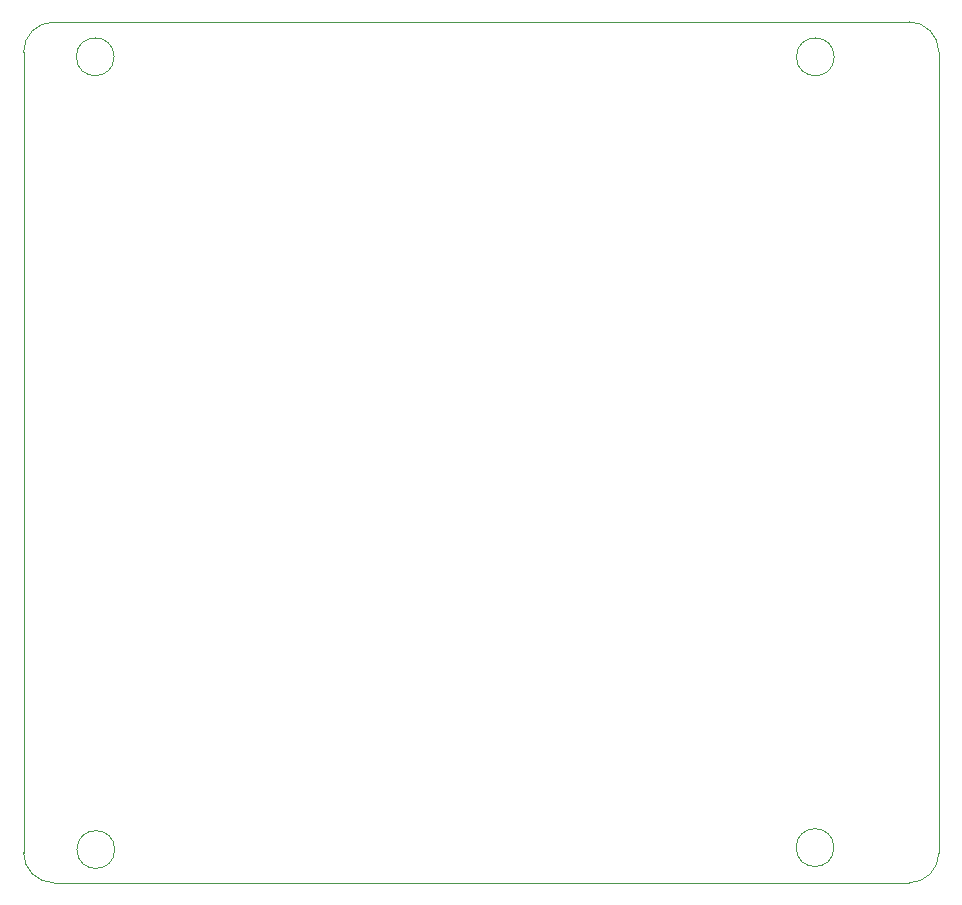
<source format=gbr>
%TF.GenerationSoftware,KiCad,Pcbnew,6.0.11+dfsg-1*%
%TF.CreationDate,2025-09-22T09:10:50+02:00*%
%TF.ProjectId,Rummikub_Timer,52756d6d-696b-4756-925f-54696d65722e,v1*%
%TF.SameCoordinates,Original*%
%TF.FileFunction,Profile,NP*%
%FSLAX46Y46*%
G04 Gerber Fmt 4.6, Leading zero omitted, Abs format (unit mm)*
G04 Created by KiCad (PCBNEW 6.0.11+dfsg-1) date 2025-09-22 09:10:50*
%MOMM*%
%LPD*%
G01*
G04 APERTURE LIST*
%TA.AperFunction,Profile*%
%ADD10C,0.100000*%
%TD*%
G04 APERTURE END LIST*
D10*
X107413055Y-66058051D02*
X107413055Y-130355896D01*
X107413055Y-130355896D02*
X107413055Y-133839965D01*
X115081186Y-66457762D02*
G75*
G03*
X115081186Y-66457762I-1600000J0D01*
G01*
X182372000Y-136397959D02*
G75*
G03*
X184912000Y-133858000I45J2539955D01*
G01*
X115136169Y-133578546D02*
G75*
G03*
X115136169Y-133578546I-1600000J0D01*
G01*
X184912000Y-66040000D02*
X184912000Y-133858000D01*
X182372000Y-136398000D02*
X109953055Y-136379965D01*
X109953055Y-63518051D02*
X182372000Y-63500000D01*
X184912049Y-66040000D02*
G75*
G03*
X182372000Y-63500000I-2540004J-4D01*
G01*
X107413104Y-133839965D02*
G75*
G03*
X109953055Y-136379965I2539996J-4D01*
G01*
X176053952Y-66464406D02*
G75*
G03*
X176053952Y-66464406I-1600000J0D01*
G01*
X176026392Y-133414915D02*
G75*
G03*
X176026392Y-133414915I-1600000J0D01*
G01*
X109953055Y-63518010D02*
G75*
G03*
X107413055Y-66058051I45J-2540045D01*
G01*
M02*

</source>
